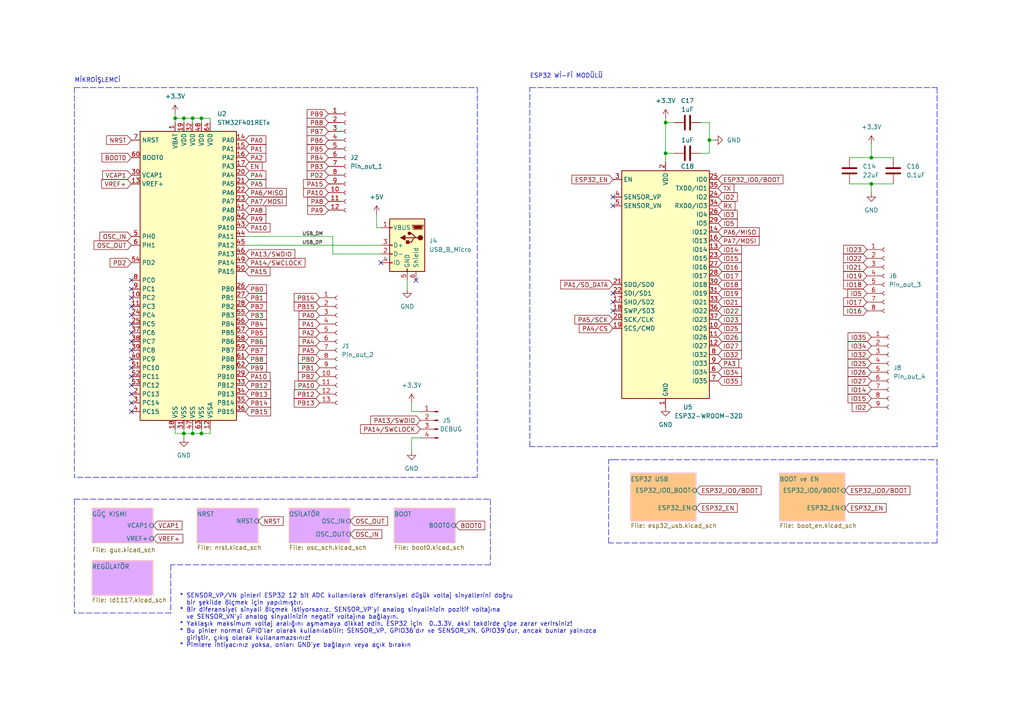
<source format=kicad_sch>
(kicad_sch (version 20211123) (generator eeschema)
  (paper "A4")
  (lib_symbols
    (symbol "Connector:Conn_01x04_Male" (pin_names (offset 1.016) hide)
      (property "Reference" "J" (at 0 5.08 0))
      (property "Value" "Conn_01x04_Male" (at 0 -7.62 0))
      (symbol "Conn_01x04_Male_1_1"
        (polyline (pts (xy 1.27 -5.08) (xy 0.8636 -5.08)) (stroke (width 0.1524)))
        (polyline (pts (xy 1.27 -2.54) (xy 0.8636 -2.54)) (stroke (width 0.1524)))
        (polyline (pts (xy 1.27 0) (xy 0.8636 0)) (stroke (width 0.1524)))
        (polyline (pts (xy 1.27 2.54) (xy 0.8636 2.54)) (stroke (width 0.1524)))
        (rectangle (start 0.8636 -4.953) (end 0 -5.207) (stroke (width 0.1524)) (fill (type outline)))
        (rectangle (start 0.8636 -2.413) (end 0 -2.667) (stroke (width 0.1524)) (fill (type outline)))
        (rectangle (start 0.8636 0.127) (end 0 -0.127) (stroke (width 0.1524)) (fill (type outline)))
        (rectangle (start 0.8636 2.667) (end 0 2.413) (stroke (width 0.1524)) (fill (type outline)))
        (pin passive line (at 5.08 2.54 180) (length 3.81) (name "Pin_1") (number "1"))
        (pin passive line (at 5.08 0 180) (length 3.81) (name "Pin_2") (number "2"))
        (pin passive line (at 5.08 -2.54 180) (length 3.81) (name "Pin_3") (number "3"))
        (pin passive line (at 5.08 -5.08 180) (length 3.81) (name "Pin_4") (number "4"))
      )
    )
    (symbol "Connector:Conn_01x08_Female" (pin_names (offset 1.016) hide)
      (property "Reference" "J" (at 0 10.16 0))
      (property "Value" "Conn_01x08_Female" (at 0 -12.7 0))
      (symbol "Conn_01x08_Female_1_1"
        (arc (start 0 -9.652) (mid -0.508 -10.16) (end 0 -10.668) (stroke (width 0.1524)))
        (arc (start 0 -7.112) (mid -0.508 -7.62) (end 0 -8.128) (stroke (width 0.1524)))
        (arc (start 0 -4.572) (mid -0.508 -5.08) (end 0 -5.588) (stroke (width 0.1524)))
        (arc (start 0 -2.032) (mid -0.508 -2.54) (end 0 -3.048) (stroke (width 0.1524)))
        (polyline (pts (xy -1.27 -10.16) (xy -0.508 -10.16)) (stroke (width 0.1524)))
        (polyline (pts (xy -1.27 -7.62) (xy -0.508 -7.62)) (stroke (width 0.1524)))
        (polyline (pts (xy -1.27 -5.08) (xy -0.508 -5.08)) (stroke (width 0.1524)))
        (polyline (pts (xy -1.27 -2.54) (xy -0.508 -2.54)) (stroke (width 0.1524)))
        (polyline (pts (xy -1.27 0) (xy -0.508 0)) (stroke (width 0.1524)))
        (polyline (pts (xy -1.27 2.54) (xy -0.508 2.54)) (stroke (width 0.1524)))
        (polyline (pts (xy -1.27 5.08) (xy -0.508 5.08)) (stroke (width 0.1524)))
        (polyline (pts (xy -1.27 7.62) (xy -0.508 7.62)) (stroke (width 0.1524)))
        (arc (start 0 0.508) (mid -0.508 0) (end 0 -0.508) (stroke (width 0.1524)))
        (arc (start 0 3.048) (mid -0.508 2.54) (end 0 2.032) (stroke (width 0.1524)))
        (arc (start 0 5.588) (mid -0.508 5.08) (end 0 4.572) (stroke (width 0.1524)))
        (arc (start 0 8.128) (mid -0.508 7.62) (end 0 7.112) (stroke (width 0.1524)))
        (pin passive line (at -5.08 7.62 0) (length 3.81) (name "Pin_1") (number "1"))
        (pin passive line (at -5.08 5.08 0) (length 3.81) (name "Pin_2") (number "2"))
        (pin passive line (at -5.08 2.54 0) (length 3.81) (name "Pin_3") (number "3"))
        (pin passive line (at -5.08 0 0) (length 3.81) (name "Pin_4") (number "4"))
        (pin passive line (at -5.08 -2.54 0) (length 3.81) (name "Pin_5") (number "5"))
        (pin passive line (at -5.08 -5.08 0) (length 3.81) (name "Pin_6") (number "6"))
        (pin passive line (at -5.08 -7.62 0) (length 3.81) (name "Pin_7") (number "7"))
        (pin passive line (at -5.08 -10.16 0) (length 3.81) (name "Pin_8") (number "8"))
      )
    )
    (symbol "Connector:Conn_01x09_Female" (pin_names (offset 1.016) hide)
      (property "Reference" "J" (at 0 12.7 0))
      (property "Value" "Conn_01x09_Female" (at 0 -12.7 0))
      (symbol "Conn_01x09_Female_1_1"
        (arc (start 0 -9.652) (mid -0.508 -10.16) (end 0 -10.668) (stroke (width 0.1524)))
        (arc (start 0 -7.112) (mid -0.508 -7.62) (end 0 -8.128) (stroke (width 0.1524)))
        (arc (start 0 -4.572) (mid -0.508 -5.08) (end 0 -5.588) (stroke (width 0.1524)))
        (arc (start 0 -2.032) (mid -0.508 -2.54) (end 0 -3.048) (stroke (width 0.1524)))
        (polyline (pts (xy -1.27 -10.16) (xy -0.508 -10.16)) (stroke (width 0.1524)))
        (polyline (pts (xy -1.27 -7.62) (xy -0.508 -7.62)) (stroke (width 0.1524)))
        (polyline (pts (xy -1.27 -5.08) (xy -0.508 -5.08)) (stroke (width 0.1524)))
        (polyline (pts (xy -1.27 -2.54) (xy -0.508 -2.54)) (stroke (width 0.1524)))
        (polyline (pts (xy -1.27 0) (xy -0.508 0)) (stroke (width 0.1524)))
        (polyline (pts (xy -1.27 2.54) (xy -0.508 2.54)) (stroke (width 0.1524)))
        (polyline (pts (xy -1.27 5.08) (xy -0.508 5.08)) (stroke (width 0.1524)))
        (polyline (pts (xy -1.27 7.62) (xy -0.508 7.62)) (stroke (width 0.1524)))
        (polyline (pts (xy -1.27 10.16) (xy -0.508 10.16)) (stroke (width 0.1524)))
        (arc (start 0 0.508) (mid -0.508 0) (end 0 -0.508) (stroke (width 0.1524)))
        (arc (start 0 3.048) (mid -0.508 2.54) (end 0 2.032) (stroke (width 0.1524)))
        (arc (start 0 5.588) (mid -0.508 5.08) (end 0 4.572) (stroke (width 0.1524)))
        (arc (start 0 8.128) (mid -0.508 7.62) (end 0 7.112) (stroke (width 0.1524)))
        (arc (start 0 10.668) (mid -0.508 10.16) (end 0 9.652) (stroke (width 0.1524)))
        (pin passive line (at -5.08 10.16 0) (length 3.81) (name "Pin_1") (number "1"))
        (pin passive line (at -5.08 7.62 0) (length 3.81) (name "Pin_2") (number "2"))
        (pin passive line (at -5.08 5.08 0) (length 3.81) (name "Pin_3") (number "3"))
        (pin passive line (at -5.08 2.54 0) (length 3.81) (name "Pin_4") (number "4"))
        (pin passive line (at -5.08 0 0) (length 3.81) (name "Pin_5") (number "5"))
        (pin passive line (at -5.08 -2.54 0) (length 3.81) (name "Pin_6") (number "6"))
        (pin passive line (at -5.08 -5.08 0) (length 3.81) (name "Pin_7") (number "7"))
        (pin passive line (at -5.08 -7.62 0) (length 3.81) (name "Pin_8") (number "8"))
        (pin passive line (at -5.08 -10.16 0) (length 3.81) (name "Pin_9") (number "9"))
      )
    )
    (symbol "Connector:Conn_01x12_Female" (pin_names (offset 1.016) hide)
      (property "Reference" "J" (at 0 15.24 0))
      (property "Value" "Conn_01x12_Female" (at 0 -17.78 0))
      (symbol "Conn_01x12_Female_1_1"
        (arc (start 0 -14.732) (mid -0.508 -15.24) (end 0 -15.748) (stroke (width 0.1524)))
        (arc (start 0 -12.192) (mid -0.508 -12.7) (end 0 -13.208) (stroke (width 0.1524)))
        (arc (start 0 -9.652) (mid -0.508 -10.16) (end 0 -10.668) (stroke (width 0.1524)))
        (arc (start 0 -7.112) (mid -0.508 -7.62) (end 0 -8.128) (stroke (width 0.1524)))
        (arc (start 0 -4.572) (mid -0.508 -5.08) (end 0 -5.588) (stroke (width 0.1524)))
        (arc (start 0 -2.032) (mid -0.508 -2.54) (end 0 -3.048) (stroke (width 0.1524)))
        (polyline (pts (xy -1.27 -15.24) (xy -0.508 -15.24)) (stroke (width 0.1524)))
        (polyline (pts (xy -1.27 -12.7) (xy -0.508 -12.7)) (stroke (width 0.1524)))
        (polyline (pts (xy -1.27 -10.16) (xy -0.508 -10.16)) (stroke (width 0.1524)))
        (polyline (pts (xy -1.27 -7.62) (xy -0.508 -7.62)) (stroke (width 0.1524)))
        (polyline (pts (xy -1.27 -5.08) (xy -0.508 -5.08)) (stroke (width 0.1524)))
        (polyline (pts (xy -1.27 -2.54) (xy -0.508 -2.54)) (stroke (width 0.1524)))
        (polyline (pts (xy -1.27 0) (xy -0.508 0)) (stroke (width 0.1524)))
        (polyline (pts (xy -1.27 2.54) (xy -0.508 2.54)) (stroke (width 0.1524)))
        (polyline (pts (xy -1.27 5.08) (xy -0.508 5.08)) (stroke (width 0.1524)))
        (polyline (pts (xy -1.27 7.62) (xy -0.508 7.62)) (stroke (width 0.1524)))
        (polyline (pts (xy -1.27 10.16) (xy -0.508 10.16)) (stroke (width 0.1524)))
        (polyline (pts (xy -1.27 12.7) (xy -0.508 12.7)) (stroke (width 0.1524)))
        (arc (start 0 0.508) (mid -0.508 0) (end 0 -0.508) (stroke (width 0.1524)))
        (arc (start 0 3.048) (mid -0.508 2.54) (end 0 2.032) (stroke (width 0.1524)))
        (arc (start 0 5.588) (mid -0.508 5.08) (end 0 4.572) (stroke (width 0.1524)))
        (arc (start 0 8.128) (mid -0.508 7.62) (end 0 7.112) (stroke (width 0.1524)))
        (arc (start 0 10.668) (mid -0.508 10.16) (end 0 9.652) (stroke (width 0.1524)))
        (arc (start 0 13.208) (mid -0.508 12.7) (end 0 12.192) (stroke (width 0.1524)))
        (pin passive line (at -5.08 12.7 0) (length 3.81) (name "Pin_1") (number "1"))
        (pin passive line (at -5.08 -10.16 0) (length 3.81) (name "Pin_10") (number "10"))
        (pin passive line (at -5.08 -12.7 0) (length 3.81) (name "Pin_11") (number "11"))
        (pin passive line (at -5.08 -15.24 0) (length 3.81) (name "Pin_12") (number "12"))
        (pin passive line (at -5.08 10.16 0) (length 3.81) (name "Pin_2") (number "2"))
        (pin passive line (at -5.08 7.62 0) (length 3.81) (name "Pin_3") (number "3"))
        (pin passive line (at -5.08 5.08 0) (length 3.81) (name "Pin_4") (number "4"))
        (pin passive line (at -5.08 2.54 0) (length 3.81) (name "Pin_5") (number "5"))
        (pin passive line (at -5.08 0 0) (length 3.81) (name "Pin_6") (number "6"))
        (pin passive line (at -5.08 -2.54 0) (length 3.81) (name "Pin_7") (number "7"))
        (pin passive line (at -5.08 -5.08 0) (length 3.81) (name "Pin_8") (number "8"))
        (pin passive line (at -5.08 -7.62 0) (length 3.81) (name "Pin_9") (number "9"))
      )
    )
    (symbol "Connector:Conn_01x13_Female" (pin_names (offset 1.016) hide)
      (property "Reference" "J" (at 0 17.78 0))
      (property "Value" "Conn_01x13_Female" (at 0 -17.78 0))
      (symbol "Conn_01x13_Female_1_1"
        (arc (start 0 -14.732) (mid -0.508 -15.24) (end 0 -15.748) (stroke (width 0.1524)))
        (arc (start 0 -12.192) (mid -0.508 -12.7) (end 0 -13.208) (stroke (width 0.1524)))
        (arc (start 0 -9.652) (mid -0.508 -10.16) (end 0 -10.668) (stroke (width 0.1524)))
        (arc (start 0 -7.112) (mid -0.508 -7.62) (end 0 -8.128) (stroke (width 0.1524)))
        (arc (start 0 -4.572) (mid -0.508 -5.08) (end 0 -5.588) (stroke (width 0.1524)))
        (arc (start 0 -2.032) (mid -0.508 -2.54) (end 0 -3.048) (stroke (width 0.1524)))
        (polyline (pts (xy -1.27 -15.24) (xy -0.508 -15.24)) (stroke (width 0.1524)))
        (polyline (pts (xy -1.27 -12.7) (xy -0.508 -12.7)) (stroke (width 0.1524)))
        (polyline (pts (xy -1.27 -10.16) (xy -0.508 -10.16)) (stroke (width 0.1524)))
        (polyline (pts (xy -1.27 -7.62) (xy -0.508 -7.62)) (stroke (width 0.1524)))
        (polyline (pts (xy -1.27 -5.08) (xy -0.508 -5.08)) (stroke (width 0.1524)))
        (polyline (pts (xy -1.27 -2.54) (xy -0.508 -2.54)) (stroke (width 0.1524)))
        (polyline (pts (xy -1.27 0) (xy -0.508 0)) (stroke (width 0.1524)))
        (polyline (pts (xy -1.27 2.54) (xy -0.508 2.54)) (stroke (width 0.1524)))
        (polyline (pts (xy -1.27 5.08) (xy -0.508 5.08)) (stroke (width 0.1524)))
        (polyline (pts (xy -1.27 7.62) (xy -0.508 7.62)) (stroke (width 0.1524)))
        (polyline (pts (xy -1.27 10.16) (xy -0.508 10.16)) (stroke (width 0.1524)))
        (polyline (pts (xy -1.27 12.7) (xy -0.508 12.7)) (stroke (width 0.1524)))
        (polyline (pts (xy -1.27 15.24) (xy -0.508 15.24)) (stroke (width 0.1524)))
        (arc (start 0 0.508) (mid -0.508 0) (end 0 -0.508) (stroke (width 0.1524)))
        (arc (start 0 3.048) (mid -0.508 2.54) (end 0 2.032) (stroke (width 0.1524)))
        (arc (start 0 5.588) (mid -0.508 5.08) (end 0 4.572) (stroke (width 0.1524)))
        (arc (start 0 8.128) (mid -0.508 7.62) (end 0 7.112) (stroke (width 0.1524)))
        (arc (start 0 10.668) (mid -0.508 10.16) (end 0 9.652) (stroke (width 0.1524)))
        (arc (start 0 13.208) (mid -0.508 12.7) (end 0 12.192) (stroke (width 0.1524)))
        (arc (start 0 15.748) (mid -0.508 15.24) (end 0 14.732) (stroke (width 0.1524)))
        (pin passive line (at -5.08 15.24 0) (length 3.81) (name "Pin_1") (number "1"))
        (pin passive line (at -5.08 -7.62 0) (length 3.81) (name "Pin_10") (number "10"))
        (pin passive line (at -5.08 -10.16 0) (length 3.81) (name "Pin_11") (number "11"))
        (pin passive line (at -5.08 -12.7 0) (length 3.81) (name "Pin_12") (number "12"))
        (pin passive line (at -5.08 -15.24 0) (length 3.81) (name "Pin_13") (number "13"))
        (pin passive line (at -5.08 12.7 0) (length 3.81) (name "Pin_2") (number "2"))
        (pin passive line (at -5.08 10.16 0) (length 3.81) (name "Pin_3") (number "3"))
        (pin passive line (at -5.08 7.62 0) (length 3.81) (name "Pin_4") (number "4"))
        (pin passive line (at -5.08 5.08 0) (length 3.81) (name "Pin_5") (number "5"))
        (pin passive line (at -5.08 2.54 0) (length 3.81) (name "Pin_6") (number "6"))
        (pin passive line (at -5.08 0 0) (length 3.81) (name "Pin_7") (number "7"))
        (pin passive line (at -5.08 -2.54 0) (length 3.81) (name "Pin_8") (number "8"))
        (pin passive line (at -5.08 -5.08 0) (length 3.81) (name "Pin_9") (number "9"))
      )
    )
    (symbol "Connector:USB_B_Micro" (pin_names (offset 1.016))
      (property "Reference" "J" (at -5.08 11.43 0))
      (property "Value" "USB_B_Micro" (at -5.08 8.89 0))
      (symbol "USB_B_Micro_0_1"
        (rectangle (start -5.08 -7.62) (end 5.08 7.62) (stroke (width 0.254)) (fill (type background)))
        (circle (center -3.81 2.159) (radius 0.635) (stroke (width 0.254)) (fill (type outline)))
        (circle (center -0.635 3.429) (radius 0.381) (stroke (width 0.254)) (fill (type outline)))
        (rectangle (start -0.127 -7.62) (end 0.127 -6.858))
        (polyline (pts (xy -1.905 2.159) (xy 0.635 2.159)) (stroke (width 0.254)))
        (polyline (pts (xy -3.175 2.159) (xy -2.54 2.159) (xy -1.27 3.429) (xy -0.635 3.429)) (stroke (width 0.254)))
        (polyline (pts (xy -2.54 2.159) (xy -1.905 2.159) (xy -1.27 0.889) (xy 0 0.889)) (stroke (width 0.254)))
        (polyline (pts (xy 0.635 2.794) (xy 0.635 1.524) (xy 1.905 2.159) (xy 0.635 2.794)) (stroke (width 0.254)) (fill (type outline)))
        (polyline (pts (xy -4.318 5.588) (xy -1.778 5.588) (xy -2.032 4.826) (xy -4.064 4.826) (xy -4.318 5.588)) (fill (type outline)))
        (polyline (pts (xy -4.699 5.842) (xy -4.699 5.588) (xy -4.445 4.826) (xy -4.445 4.572) (xy -1.651 4.572) (xy -1.651 4.826) (xy -1.397 5.588) (xy -1.397 5.842) (xy -4.699 5.842)))
        (rectangle (start 0.254 1.27) (end -0.508 0.508) (stroke (width 0.254)) (fill (type outline)))
        (rectangle (start 5.08 -5.207) (end 4.318 -4.953))
        (rectangle (start 5.08 -2.667) (end 4.318 -2.413))
        (rectangle (start 5.08 -0.127) (end 4.318 0.127))
        (rectangle (start 5.08 4.953) (end 4.318 5.207))
      )
      (symbol "USB_B_Micro_1_1"
        (pin power_out line (at 7.62 5.08 180) (length 2.54) (name "VBUS") (number "1"))
        (pin bidirectional line (at 7.62 -2.54 180) (length 2.54) (name "D-") (number "2"))
        (pin bidirectional line (at 7.62 0 180) (length 2.54) (name "D+") (number "3"))
        (pin passive line (at 7.62 -5.08 180) (length 2.54) (name "ID") (number "4"))
        (pin power_out line (at 0 -10.16 90) (length 2.54) (name "GND") (number "5"))
        (pin passive line (at -2.54 -10.16 90) (length 2.54) (name "Shield") (number "6"))
      )
    )
    (symbol "Device:C" (pin_numbers hide) (pin_names (offset 0.254))
      (property "Reference" "C" (at 0.635 2.54 0))
      (property "Value" "C" (at 0.635 -2.54 0))
      (symbol "C_0_1"
        (polyline (pts (xy -2.032 -0.762) (xy 2.032 -0.762)) (stroke (width 0.508)))
        (polyline (pts (xy -2.032 0.762) (xy 2.032 0.762)) (stroke (width 0.508)))
      )
      (symbol "C_1_1"
        (pin passive line (at 0 3.81 270) (length 2.794) (name "~") (number "1"))
        (pin passive line (at 0 -3.81 90) (length 2.794) (name "~") (number "2"))
      )
    )
    (symbol "MCU_ST_STM32F4:STM32F401RETx"
      (property "Reference" "U" (at -15.24 41.91 0))
      (property "Value" "STM32F401RETx" (at 7.62 41.91 0))
      (symbol "STM32F401RETx_0_1"
        (rectangle (start -15.24 -43.18) (end 12.7 40.64) (stroke (width 0.254)) (fill (type background)))
      )
      (symbol "STM32F401RETx_1_1"
        (pin power_in line (at -5.08 43.18 270) (length 2.54) (name "VBAT") (number "1"))
        (pin bidirectional line (at -17.78 -7.62 0) (length 2.54) (name "PC2") (number "10"))
        (pin bidirectional line (at -17.78 -10.16 0) (length 2.54) (name "PC3") (number "11"))
        (pin power_in line (at 5.08 -45.72 90) (length 2.54) (name "VSSA") (number "12"))
        (pin power_in line (at -17.78 25.4 0) (length 2.54) (name "VREF+") (number "13"))
        (pin bidirectional line (at 15.24 38.1 180) (length 2.54) (name "PA0") (number "14"))
        (pin bidirectional line (at 15.24 35.56 180) (length 2.54) (name "PA1") (number "15"))
        (pin bidirectional line (at 15.24 33.02 180) (length 2.54) (name "PA2") (number "16"))
        (pin bidirectional line (at 15.24 30.48 180) (length 2.54) (name "PA3") (number "17"))
        (pin power_in line (at -5.08 -45.72 90) (length 2.54) (name "VSS") (number "18"))
        (pin power_in line (at -2.54 43.18 270) (length 2.54) (name "VDD") (number "19"))
        (pin bidirectional line (at -17.78 -35.56 0) (length 2.54) (name "PC13") (number "2"))
        (pin bidirectional line (at 15.24 27.94 180) (length 2.54) (name "PA4") (number "20"))
        (pin bidirectional line (at 15.24 25.4 180) (length 2.54) (name "PA5") (number "21"))
        (pin bidirectional line (at 15.24 22.86 180) (length 2.54) (name "PA6") (number "22"))
        (pin bidirectional line (at 15.24 20.32 180) (length 2.54) (name "PA7") (number "23"))
        (pin bidirectional line (at -17.78 -12.7 0) (length 2.54) (name "PC4") (number "24"))
        (pin bidirectional line (at -17.78 -15.24 0) (length 2.54) (name "PC5") (number "25"))
        (pin bidirectional line (at 15.24 -5.08 180) (length 2.54) (name "PB0") (number "26"))
        (pin bidirectional line (at 15.24 -7.62 180) (length 2.54) (name "PB1") (number "27"))
        (pin bidirectional line (at 15.24 -10.16 180) (length 2.54) (name "PB2") (number "28"))
        (pin bidirectional line (at 15.24 -30.48 180) (length 2.54) (name "PB10") (number "29"))
        (pin bidirectional line (at -17.78 -38.1 0) (length 2.54) (name "PC14") (number "3"))
        (pin power_in line (at -17.78 27.94 0) (length 2.54) (name "VCAP1") (number "30"))
        (pin power_in line (at -2.54 -45.72 90) (length 2.54) (name "VSS") (number "31"))
        (pin power_in line (at 0 43.18 270) (length 2.54) (name "VDD") (number "32"))
        (pin bidirectional line (at 15.24 -33.02 180) (length 2.54) (name "PB12") (number "33"))
        (pin bidirectional line (at 15.24 -35.56 180) (length 2.54) (name "PB13") (number "34"))
        (pin bidirectional line (at 15.24 -38.1 180) (length 2.54) (name "PB14") (number "35"))
        (pin bidirectional line (at 15.24 -40.64 180) (length 2.54) (name "PB15") (number "36"))
        (pin bidirectional line (at -17.78 -17.78 0) (length 2.54) (name "PC6") (number "37"))
        (pin bidirectional line (at -17.78 -20.32 0) (length 2.54) (name "PC7") (number "38"))
        (pin bidirectional line (at -17.78 -22.86 0) (length 2.54) (name "PC8") (number "39"))
        (pin bidirectional line (at -17.78 -40.64 0) (length 2.54) (name "PC15") (number "4"))
        (pin bidirectional line (at -17.78 -25.4 0) (length 2.54) (name "PC9") (number "40"))
        (pin bidirectional line (at 15.24 17.78 180) (length 2.54) (name "PA8") (number "41"))
        (pin bidirectional line (at 15.24 15.24 180) (length 2.54) (name "PA9") (number "42"))
        (pin bidirectional line (at 15.24 12.7 180) (length 2.54) (name "PA10") (number "43"))
        (pin bidirectional line (at 15.24 10.16 180) (length 2.54) (name "PA11") (number "44"))
        (pin bidirectional line (at 15.24 7.62 180) (length 2.54) (name "PA12") (number "45"))
        (pin bidirectional line (at 15.24 5.08 180) (length 2.54) (name "PA13") (number "46"))
        (pin power_in line (at 0 -45.72 90) (length 2.54) (name "VSS") (number "47"))
        (pin power_in line (at 2.54 43.18 270) (length 2.54) (name "VDD") (number "48"))
        (pin bidirectional line (at 15.24 2.54 180) (length 2.54) (name "PA14") (number "49"))
        (pin input line (at -17.78 10.16 0) (length 2.54) (name "PH0") (number "5"))
        (pin bidirectional line (at 15.24 0 180) (length 2.54) (name "PA15") (number "50"))
        (pin bidirectional line (at -17.78 -27.94 0) (length 2.54) (name "PC10") (number "51"))
        (pin bidirectional line (at -17.78 -30.48 0) (length 2.54) (name "PC11") (number "52"))
        (pin bidirectional line (at -17.78 -33.02 0) (length 2.54) (name "PC12") (number "53"))
        (pin bidirectional line (at -17.78 2.54 0) (length 2.54) (name "PD2") (number "54"))
        (pin bidirectional line (at 15.24 -12.7 180) (length 2.54) (name "PB3") (number "55"))
        (pin bidirectional line (at 15.24 -15.24 180) (length 2.54) (name "PB4") (number "56"))
        (pin bidirectional line (at 15.24 -17.78 180) (length 2.54) (name "PB5") (number "57"))
        (pin bidirectional line (at 15.24 -20.32 180) (length 2.54) (name "PB6") (number "58"))
        (pin bidirectional line (at 15.24 -22.86 180) (length 2.54) (name "PB7") (number "59"))
        (pin input line (at -17.78 7.62 0) (length 2.54) (name "PH1") (number "6"))
        (pin input line (at -17.78 33.02 0) (length 2.54) (name "BOOT0") (number "60"))
        (pin bidirectional line (at 15.24 -25.4 180) (length 2.54) (name "PB8") (number "61"))
        (pin bidirectional line (at 15.24 -27.94 180) (length 2.54) (name "PB9") (number "62"))
        (pin power_in line (at 2.54 -45.72 90) (length 2.54) (name "VSS") (number "63"))
        (pin power_in line (at 5.08 43.18 270) (length 2.54) (name "VDD") (number "64"))
        (pin input line (at -17.78 38.1 0) (length 2.54) (name "NRST") (number "7"))
        (pin bidirectional line (at -17.78 -2.54 0) (length 2.54) (name "PC0") (number "8"))
        (pin bidirectional line (at -17.78 -5.08 0) (length 2.54) (name "PC1") (number "9"))
      )
    )
    (symbol "RF_Module:ESP32-WROOM-32D"
      (property "Reference" "U" (at -12.7 34.29 0))
      (property "Value" "ESP32-WROOM-32D" (at 1.27 34.29 0))
      (symbol "ESP32-WROOM-32D_0_1"
        (rectangle (start -12.7 33.02) (end 12.7 -33.02) (stroke (width 0.254)) (fill (type background)))
      )
      (symbol "ESP32-WROOM-32D_1_1"
        (pin power_in line (at 0 -35.56 90) (length 2.54) (name "GND") (number "1"))
        (pin bidirectional line (at 15.24 -12.7 180) (length 2.54) (name "IO25") (number "10"))
        (pin bidirectional line (at 15.24 -15.24 180) (length 2.54) (name "IO26") (number "11"))
        (pin bidirectional line (at 15.24 -17.78 180) (length 2.54) (name "IO27") (number "12"))
        (pin bidirectional line (at 15.24 10.16 180) (length 2.54) (name "IO14") (number "13"))
        (pin bidirectional line (at 15.24 15.24 180) (length 2.54) (name "IO12") (number "14"))
        (pin passive line (at 0 -35.56 90) (length 2.54) hide (name "GND") (number "15"))
        (pin bidirectional line (at 15.24 12.7 180) (length 2.54) (name "IO13") (number "16"))
        (pin bidirectional line (at -15.24 -5.08 0) (length 2.54) (name "SHD/SD2") (number "17"))
        (pin bidirectional line (at -15.24 -7.62 0) (length 2.54) (name "SWP/SD3") (number "18"))
        (pin bidirectional line (at -15.24 -12.7 0) (length 2.54) (name "SCS/CMD") (number "19"))
        (pin power_in line (at 0 35.56 270) (length 2.54) (name "VDD") (number "2"))
        (pin bidirectional line (at -15.24 -10.16 0) (length 2.54) (name "SCK/CLK") (number "20"))
        (pin bidirectional line (at -15.24 0 0) (length 2.54) (name "SDO/SD0") (number "21"))
        (pin bidirectional line (at -15.24 -2.54 0) (length 2.54) (name "SDI/SD1") (number "22"))
        (pin bidirectional line (at 15.24 7.62 180) (length 2.54) (name "IO15") (number "23"))
        (pin bidirectional line (at 15.24 25.4 180) (length 2.54) (name "IO2") (number "24"))
        (pin bidirectional line (at 15.24 30.48 180) (length 2.54) (name "IO0") (number "25"))
        (pin bidirectional line (at 15.24 20.32 180) (length 2.54) (name "IO4") (number "26"))
        (pin bidirectional line (at 15.24 5.08 180) (length 2.54) (name "IO16") (number "27"))
        (pin bidirectional line (at 15.24 2.54 180) (length 2.54) (name "IO17") (number "28"))
        (pin bidirectional line (at 15.24 17.78 180) (length 2.54) (name "IO5") (number "29"))
        (pin input line (at -15.24 30.48 0) (length 2.54) (name "EN") (number "3"))
        (pin bidirectional line (at 15.24 0 180) (length 2.54) (name "IO18") (number "30"))
        (pin bidirectional line (at 15.24 -2.54 180) (length 2.54) (name "IO19") (number "31"))
        (pin no_connect line (at -12.7 -27.94 0) (length 2.54) hide (name "NC") (number "32"))
        (pin bidirectional line (at 15.24 -5.08 180) (length 2.54) (name "IO21") (number "33"))
        (pin bidirectional line (at 15.24 22.86 180) (length 2.54) (name "RXD0/IO3") (number "34"))
        (pin bidirectional line (at 15.24 27.94 180) (length 2.54) (name "TXD0/IO1") (number "35"))
        (pin bidirectional line (at 15.24 -7.62 180) (length 2.54) (name "IO22") (number "36"))
        (pin bidirectional line (at 15.24 -10.16 180) (length 2.54) (name "IO23") (number "37"))
        (pin passive line (at 0 -35.56 90) (length 2.54) hide (name "GND") (number "38"))
        (pin passive line (at 0 -35.56 90) (length 2.54) hide (name "GND") (number "39"))
        (pin input line (at -15.24 25.4 0) (length 2.54) (name "SENSOR_VP") (number "4"))
        (pin input line (at -15.24 22.86 0) (length 2.54) (name "SENSOR_VN") (number "5"))
        (pin input line (at 15.24 -25.4 180) (length 2.54) (name "IO34") (number "6"))
        (pin input line (at 15.24 -27.94 180) (length 2.54) (name "IO35") (number "7"))
        (pin bidirectional line (at 15.24 -20.32 180) (length 2.54) (name "IO32") (number "8"))
        (pin bidirectional line (at 15.24 -22.86 180) (length 2.54) (name "IO33") (number "9"))
      )
    )
    (symbol "power:+3.3V" (power) (pin_names (offset 0))
      (property "Value" "+3.3V" (at 0 3.556 0))
      (symbol "+3.3V_0_1"
        (polyline (pts (xy -0.762 1.27) (xy 0 2.54)))
        (polyline (pts (xy 0 0) (xy 0 2.54)))
        (polyline (pts (xy 0 2.54) (xy 0.762 1.27)))
      )
      (symbol "+3.3V_1_1"
        (pin power_in line (at 0 0 90) (length 0) hide (name "+3.3V") (number "1"))
      )
    )
    (symbol "power:+5V" (power) (pin_names (offset 0))
      (property "Value" "+5V" (at 0 3.556 0))
      (symbol "+5V_0_1"
        (polyline (pts (xy -0.762 1.27) (xy 0 2.54)))
        (polyline (pts (xy 0 0) (xy 0 2.54)))
        (polyline (pts (xy 0 2.54) (xy 0.762 1.27)))
      )
      (symbol "+5V_1_1"
        (pin power_in line (at 0 0 90) (length 0) hide (name "+5V") (number "1"))
      )
    )
    (symbol "power:GND" (power) (pin_names (offset 0))
      (property "Value" "GND" (at 0 -3.81 0))
      (symbol "GND_0_1"
        (polyline (pts (xy 0 0) (xy 0 -1.27) (xy 1.27 -1.27) (xy 0 -2.54) (xy -1.27 -1.27) (xy 0 -1.27)))
      )
      (symbol "GND_1_1"
        (pin power_in line (at 0 0 270) (length 0) hide (name "GND") (number "1"))
      )
    )
  )
  (junction (at 55.88 125.73))
  (junction (at 252.73 45.72))
  (junction (at 58.42 125.73))
  (junction (at 50.8 34.29))
  (junction (at 53.34 34.29))
  (junction (at 53.34 125.73))
  (junction (at 55.88 34.29))
  (junction (at 58.42 34.29))
  (junction (at 252.73 53.34))
  (junction (at 193.04 44.45))
  (junction (at 205.74 40.64))
  (junction (at 193.04 35.56))
  (no_connect (at 38.1 116.84))
  (no_connect (at 38.1 119.38))
  (no_connect (at 38.1 106.68))
  (no_connect (at 38.1 111.76))
  (no_connect (at 38.1 114.3))
  (no_connect (at 38.1 104.14))
  (no_connect (at 38.1 109.22))
  (no_connect (at 38.1 91.44))
  (no_connect (at 38.1 99.06))
  (no_connect (at 38.1 93.98))
  (no_connect (at 38.1 96.52))
  (no_connect (at 38.1 101.6))
  (no_connect (at 38.1 88.9))
  (no_connect (at 38.1 81.28))
  (no_connect (at 38.1 86.36))
  (no_connect (at 38.1 83.82))
  (no_connect (at 177.8 87.63))
  (no_connect (at 177.8 90.17))
  (no_connect (at 177.8 85.09))
  (no_connect (at 110.49 76.2))
  (no_connect (at 120.65 81.28))
  (no_connect (at 177.8 59.69))
  (no_connect (at 177.8 57.15))
  (wire (pts (xy 246.38 53.34) (xy 252.73 53.34)))
  (wire (pts (xy 71.12 71.12) (xy 110.49 71.12)))
  (wire (pts (xy 55.88 35.56) (xy 55.88 34.29)))
  (wire (pts (xy 193.04 34.29) (xy 193.04 35.56)))
  (wire (pts (xy 53.34 125.73) (xy 53.34 127)))
  (polyline (pts (xy 271.78 129.54) (xy 153.67 129.54)))
  (polyline (pts (xy 49.53 163.83) (xy 49.53 177.8)))
  (polyline (pts (xy 153.67 25.4) (xy 176.53 25.4)))
  (wire (pts (xy 252.73 53.34) (xy 259.08 53.34)))
  (wire (pts (xy 58.42 34.29) (xy 55.88 34.29)))
  (polyline (pts (xy 271.78 25.4) (xy 271.78 129.54)))
  (wire (pts (xy 53.34 124.46) (xy 53.34 125.73)))
  (wire (pts (xy 50.8 33.02) (xy 50.8 34.29)))
  (wire (pts (xy 53.34 35.56) (xy 53.34 34.29)))
  (polyline (pts (xy 176.53 133.35) (xy 177.8 133.35)))
  (wire (pts (xy 193.04 44.45) (xy 193.04 46.99)))
  (wire (pts (xy 205.74 40.64) (xy 207.01 40.64)))
  (wire (pts (xy 50.8 124.46) (xy 50.8 125.73)))
  (polyline (pts (xy 142.24 144.78) (xy 142.24 163.83)))
  (wire (pts (xy 121.92 127) (xy 119.38 127)))
  (polyline (pts (xy 21.59 25.4) (xy 21.59 138.43)))
  (wire (pts (xy 109.22 66.04) (xy 110.49 66.04)))
  (polyline (pts (xy 271.78 133.35) (xy 271.78 157.48)))
  (wire (pts (xy 119.38 119.38) (xy 121.92 119.38)))
  (wire (pts (xy 203.2 35.56) (xy 205.74 35.56)))
  (wire (pts (xy 205.74 44.45) (xy 205.74 40.64)))
  (wire (pts (xy 55.88 125.73) (xy 53.34 125.73)))
  (polyline (pts (xy 21.59 144.78) (xy 87.63 144.78)))
  (polyline (pts (xy 177.8 133.35) (xy 271.78 133.35)))
  (polyline (pts (xy 176.53 25.4) (xy 271.78 25.4)))
  (wire (pts (xy 58.42 125.73) (xy 55.88 125.73)))
  (polyline (pts (xy 87.63 144.78) (xy 142.24 144.78)))
  (wire (pts (xy 50.8 34.29) (xy 53.34 34.29)))
  (polyline (pts (xy 153.67 129.54) (xy 153.67 25.4)))
  (wire (pts (xy 252.73 45.72) (xy 252.73 41.91)))
  (wire (pts (xy 193.04 44.45) (xy 195.58 44.45)))
  (wire (pts (xy 109.22 62.23) (xy 109.22 66.04)))
  (wire (pts (xy 110.49 73.66) (xy 96.52 73.66)))
  (polyline (pts (xy 176.53 157.48) (xy 176.53 133.35)))
  (wire (pts (xy 60.96 125.73) (xy 58.42 125.73)))
  (wire (pts (xy 203.2 44.45) (xy 205.74 44.45)))
  (wire (pts (xy 205.74 35.56) (xy 205.74 40.64)))
  (wire (pts (xy 252.73 45.72) (xy 259.08 45.72)))
  (wire (pts (xy 195.58 35.56) (xy 193.04 35.56)))
  (wire (pts (xy 58.42 124.46) (xy 58.42 125.73)))
  (wire (pts (xy 118.11 81.28) (xy 118.11 83.82)))
  (polyline (pts (xy 21.59 144.78) (xy 21.59 177.8)))
  (polyline (pts (xy 49.53 177.8) (xy 21.59 177.8)))
  (wire (pts (xy 58.42 35.56) (xy 58.42 34.29)))
  (wire (pts (xy 60.96 34.29) (xy 58.42 34.29)))
  (wire (pts (xy 96.52 73.66) (xy 96.52 68.58)))
  (polyline (pts (xy 138.43 138.43) (xy 21.59 138.43)))
  (wire (pts (xy 55.88 34.29) (xy 53.34 34.29)))
  (wire (pts (xy 119.38 127) (xy 119.38 130.81)))
  (polyline (pts (xy 21.59 25.4) (xy 138.43 25.4)))
  (wire (pts (xy 60.96 35.56) (xy 60.96 34.29)))
  (wire (pts (xy 71.12 68.58) (xy 96.52 68.58)))
  (wire (pts (xy 246.38 45.72) (xy 252.73 45.72)))
  (wire (pts (xy 55.88 124.46) (xy 55.88 125.73)))
  (wire (pts (xy 119.38 116.84) (xy 119.38 119.38)))
  (wire (pts (xy 60.96 124.46) (xy 60.96 125.73)))
  (wire (pts (xy 252.73 53.34) (xy 252.73 55.88)))
  (wire (pts (xy 50.8 34.29) (xy 50.8 35.56)))
  (wire (pts (xy 50.8 125.73) (xy 53.34 125.73)))
  (polyline (pts (xy 138.43 25.4) (xy 138.43 138.43)))
  (polyline (pts (xy 271.78 157.48) (xy 176.53 157.48)))
  (polyline (pts (xy 142.24 163.83) (xy 49.53 163.83)))
  (wire (pts (xy 193.04 35.56) (xy 193.04 44.45)))
  (text "ESP32 Wİ-Fİ MODÜLÜ\n" (at 153.67 22.86 0) (effects (font (size 1.27 1.27)) (justify left bottom)))
  (text "MİKROİŞLEMCİ" (at 21.59 24.13 0) (effects (font (size 1.27 1.27)) (justify left bottom)))
  (text "* SENSOR_VP/VN pinleri ESP32 12 bit ADC kullanılarak diferansiyel düşük voltaj sinyallerini doğru \n  bir şekilde ölçmek için yapılmıştır.\n* Bir diferansiyel sinyali ölçmek istiyorsanız, SENSOR_VP'yi analog sinyalinizin pozitif voltajına\n  ve SENSOR_VN'yi analog sinyalinizin negatif voltajına bağlayın.\n* Yaklaşık maksimum voltaj aralığını aşmamaya dikkat edin. ESP32 için  0..3.3V, aksi takdirde çipe zarar verirsiniz!\n* Bu pinler normal GPIO'lar olarak kullanılabilir: SENSOR_VP, GPIO36'dır ve SENSOR_VN, GPIO39'dur, ancak bunlar yalnızca \n  giriştir, çıkış olarak kullanamazsınız!\n* Pimlere ihtiyacınız yoksa, onları GND'ye bağlayın veya açık bırakın " (at 52.07 187.96 0) (effects (font (size 1.27 1.27)) (justify left bottom)))
  (label "USB_DM" (at 87.63 68.58 0) (effects (font (size 1 1))))
  (label "USB_DP" (at 87.63 71.12 0) (effects (font (size 1 1))))
  (global_label "PB4" (shape input) (at 71.12 93.98 0) (property "Intersheet References" "${INTERSHEET_REFS}" (effects hide)))
  (global_label "IO16" (shape input) (at 208.28 77.47 0) (property "Intersheet References" "${INTERSHEET_REFS}" (effects hide)))
  (global_label "ESP32_IO0{slash}BOOT" (shape input) (at 245.11 142.24 0) (property "Intersheet References" "${INTERSHEET_REFS}" (effects hide)))
  (global_label "IO21" (shape input) (at 208.28 87.63 0) (property "Intersheet References" "${INTERSHEET_REFS}" (effects hide)))
  (global_label "PB0" (shape input) (at 92.71 104.14 180) (property "Intersheet References" "${INTERSHEET_REFS}" (effects hide)))
  (global_label "IO18" (shape input) (at 251.46 82.55 180) (property "Intersheet References" "${INTERSHEET_REFS}" (effects hide)))
  (global_label "PA10" (shape input) (at 71.12 109.22 0) (property "Intersheet References" "${INTERSHEET_REFS}" (effects hide)))
  (global_label "IO18" (shape input) (at 208.28 82.55 0) (property "Intersheet References" "${INTERSHEET_REFS}" (effects hide)))
  (global_label "PA13{slash}SWDIO" (shape input) (at 71.12 73.66 0) (property "Intersheet References" "${INTERSHEET_REFS}" (effects hide)))
  (global_label "IO15" (shape input) (at 252.73 115.57 180) (property "Intersheet References" "${INTERSHEET_REFS}" (effects hide)))
  (global_label "PA7{slash}MOSI" (shape input) (at 208.28 69.85 0) (property "Intersheet References" "${INTERSHEET_REFS}" (effects hide)))
  (global_label "PB12" (shape input) (at 92.71 114.3 180) (property "Intersheet References" "${INTERSHEET_REFS}" (effects hide)))
  (global_label "PA2" (shape input) (at 71.12 45.72 0) (property "Intersheet References" "${INTERSHEET_REFS}" (effects hide)))
  (global_label "IO2" (shape input) (at 208.28 57.15 0) (property "Intersheet References" "${INTERSHEET_REFS}" (effects hide)))
  (global_label "NRST" (shape input) (at 74.93 151.13 0) (property "Intersheet References" "${INTERSHEET_REFS}" (effects hide)))
  (global_label "ESP32_IO0{slash}BOOT" (shape input) (at 208.28 52.07 0) (property "Intersheet References" "${INTERSHEET_REFS}" (effects hide)))
  (global_label "PA1" (shape input) (at 92.71 93.98 180) (property "Intersheet References" "${INTERSHEET_REFS}" (effects hide)))
  (global_label "PA1" (shape input) (at 71.12 43.18 0) (property "Intersheet References" "${INTERSHEET_REFS}" (effects hide)))
  (global_label "PA10" (shape input) (at 95.25 55.88 180) (property "Intersheet References" "${INTERSHEET_REFS}" (effects hide)))
  (global_label "IO17" (shape input) (at 208.28 80.01 0) (property "Intersheet References" "${INTERSHEET_REFS}" (effects hide)))
  (global_label "PB15" (shape input) (at 92.71 88.9 180) (property "Intersheet References" "${INTERSHEET_REFS}" (effects hide)))
  (global_label "PA13{slash}SWDIO" (shape input) (at 121.92 121.92 180) (property "Intersheet References" "${INTERSHEET_REFS}" (effects hide)))
  (global_label "PB0" (shape input) (at 71.12 83.82 0) (property "Intersheet References" "${INTERSHEET_REFS}" (effects hide)))
  (global_label "VREF+" (shape input) (at 38.1 53.34 180) (property "Intersheet References" "${INTERSHEET_REFS}" (effects hide)))
  (global_label "IO19" (shape input) (at 251.46 80.01 180) (property "Intersheet References" "${INTERSHEET_REFS}" (effects hide)))
  (global_label "IO25" (shape input) (at 208.28 95.25 0) (property "Intersheet References" "${INTERSHEET_REFS}" (effects hide)))
  (global_label "PB4" (shape input) (at 95.25 45.72 180) (property "Intersheet References" "${INTERSHEET_REFS}" (effects hide)))
  (global_label "PB8" (shape input) (at 71.12 104.14 0) (property "Intersheet References" "${INTERSHEET_REFS}" (effects hide)))
  (global_label "IO5" (shape input) (at 251.46 85.09 180) (property "Intersheet References" "${INTERSHEET_REFS}" (effects hide)))
  (global_label "PA3" (shape input) (at 208.28 105.41 0) (property "Intersheet References" "${INTERSHEET_REFS}" (effects hide)))
  (global_label "PB12" (shape input) (at 71.12 111.76 0) (property "Intersheet References" "${INTERSHEET_REFS}" (effects hide)))
  (global_label "IO27" (shape input) (at 252.73 110.49 180) (property "Intersheet References" "${INTERSHEET_REFS}" (effects hide)))
  (global_label "IO32" (shape input) (at 208.28 102.87 0) (property "Intersheet References" "${INTERSHEET_REFS}" (effects hide)))
  (global_label "VCAP1" (shape input) (at 38.1 50.8 180) (property "Intersheet References" "${INTERSHEET_REFS}" (effects hide)))
  (global_label "IO26" (shape input) (at 252.73 107.95 180) (property "Intersheet References" "${INTERSHEET_REFS}" (effects hide)))
  (global_label "PB9" (shape input) (at 71.12 106.68 0) (property "Intersheet References" "${INTERSHEET_REFS}" (effects hide)))
  (global_label "PB13" (shape input) (at 92.71 116.84 180) (property "Intersheet References" "${INTERSHEET_REFS}" (effects hide)))
  (global_label "PD2" (shape input) (at 95.25 50.8 180) (property "Intersheet References" "${INTERSHEET_REFS}" (effects hide)))
  (global_label "PA14{slash}SWCLOCK" (shape input) (at 121.92 124.46 180) (property "Intersheet References" "${INTERSHEET_REFS}" (effects hide)))
  (global_label "PA15" (shape input) (at 71.12 78.74 0) (property "Intersheet References" "${INTERSHEET_REFS}" (effects hide)))
  (global_label "PB8" (shape input) (at 95.25 35.56 180) (property "Intersheet References" "${INTERSHEET_REFS}" (effects hide)))
  (global_label "IO2" (shape input) (at 252.73 118.11 180) (property "Intersheet References" "${INTERSHEET_REFS}" (effects hide)))
  (global_label "PA5" (shape input) (at 71.12 53.34 0) (property "Intersheet References" "${INTERSHEET_REFS}" (effects hide)))
  (global_label "PB5" (shape input) (at 71.12 96.52 0) (property "Intersheet References" "${INTERSHEET_REFS}" (effects hide)))
  (global_label "PB3" (shape input) (at 71.12 91.44 0) (property "Intersheet References" "${INTERSHEET_REFS}" (effects hide)))
  (global_label "IO32" (shape input) (at 252.73 102.87 180) (property "Intersheet References" "${INTERSHEET_REFS}" (effects hide)))
  (global_label "PA9" (shape input) (at 71.12 63.5 0) (property "Intersheet References" "${INTERSHEET_REFS}" (effects hide)))
  (global_label "BOOT0" (shape input) (at 38.1 45.72 180) (property "Intersheet References" "${INTERSHEET_REFS}" (effects hide)))
  (global_label "IO19" (shape input) (at 208.28 85.09 0) (property "Intersheet References" "${INTERSHEET_REFS}" (effects hide)))
  (global_label "IO22" (shape input) (at 251.46 74.93 180) (property "Intersheet References" "${INTERSHEET_REFS}" (effects hide)))
  (global_label "PA4{slash}CS" (shape input) (at 177.8 95.25 180) (property "Intersheet References" "${INTERSHEET_REFS}" (effects hide)))
  (global_label "PA2" (shape input) (at 92.71 96.52 180) (property "Intersheet References" "${INTERSHEET_REFS}" (effects hide)))
  (global_label "IO27" (shape input) (at 208.28 100.33 0) (property "Intersheet References" "${INTERSHEET_REFS}" (effects hide)))
  (global_label "IO17" (shape input) (at 251.46 87.63 180) (property "Intersheet References" "${INTERSHEET_REFS}" (effects hide)))
  (global_label "ESP32_EN" (shape input) (at 177.8 52.07 180) (property "Intersheet References" "${INTERSHEET_REFS}" (effects hide)))
  (global_label "PA0" (shape input) (at 92.71 91.44 180) (property "Intersheet References" "${INTERSHEET_REFS}" (effects hide)))
  (global_label "PB1" (shape input) (at 92.71 106.68 180) (property "Intersheet References" "${INTERSHEET_REFS}" (effects hide)))
  (global_label "PA4" (shape input) (at 71.12 50.8 0) (property "Intersheet References" "${INTERSHEET_REFS}" (effects hide)))
  (global_label "PB15" (shape input) (at 71.12 119.38 0) (property "Intersheet References" "${INTERSHEET_REFS}" (effects hide)))
  (global_label "RX" (shape input) (at 208.28 59.69 0) (property "Intersheet References" "${INTERSHEET_REFS}" (effects hide)))
  (global_label "OSC_OUT" (shape input) (at 101.6 151.13 0) (property "Intersheet References" "${INTERSHEET_REFS}" (effects hide)))
  (global_label "PA0" (shape input) (at 71.12 40.64 0) (property "Intersheet References" "${INTERSHEET_REFS}" (effects hide)))
  (global_label "PA9" (shape input) (at 95.25 60.96 180) (property "Intersheet References" "${INTERSHEET_REFS}" (effects hide)))
  (global_label "IO14" (shape input) (at 208.28 72.39 0) (property "Intersheet References" "${INTERSHEET_REFS}" (effects hide)))
  (global_label "IO34" (shape input) (at 252.73 100.33 180) (property "Intersheet References" "${INTERSHEET_REFS}" (effects hide)))
  (global_label "PD2" (shape input) (at 38.1 76.2 180) (property "Intersheet References" "${INTERSHEET_REFS}" (effects hide)))
  (global_label "PA1{slash}SD_DATA" (shape input) (at 177.8 82.55 180) (property "Intersheet References" "${INTERSHEET_REFS}" (effects hide)))
  (global_label "IO14" (shape input) (at 252.73 113.03 180) (property "Intersheet References" "${INTERSHEET_REFS}" (effects hide)))
  (global_label "ESP32_EN" (shape input) (at 245.11 147.32 0) (property "Intersheet References" "${INTERSHEET_REFS}" (effects hide)))
  (global_label "IO34" (shape input) (at 208.28 107.95 0) (property "Intersheet References" "${INTERSHEET_REFS}" (effects hide)))
  (global_label "IO5" (shape input) (at 208.28 64.77 0) (property "Intersheet References" "${INTERSHEET_REFS}" (effects hide)))
  (global_label "PB6" (shape input) (at 95.25 40.64 180) (property "Intersheet References" "${INTERSHEET_REFS}" (effects hide)))
  (global_label "IO15" (shape input) (at 208.28 74.93 0) (property "Intersheet References" "${INTERSHEET_REFS}" (effects hide)))
  (global_label "PB2" (shape input) (at 71.12 88.9 0) (property "Intersheet References" "${INTERSHEET_REFS}" (effects hide)))
  (global_label "PA5{slash}SCK" (shape input) (at 177.8 92.71 180) (property "Intersheet References" "${INTERSHEET_REFS}" (effects hide)))
  (global_label "PB3" (shape input) (at 95.25 48.26 180) (property "Intersheet References" "${INTERSHEET_REFS}" (effects hide)))
  (global_label "OSC_IN" (shape input) (at 101.6 154.94 0) (property "Intersheet References" "${INTERSHEET_REFS}" (effects hide)))
  (global_label "IO25" (shape input) (at 252.73 105.41 180) (property "Intersheet References" "${INTERSHEET_REFS}" (effects hide)))
  (global_label "NRST" (shape input) (at 38.1 40.64 180) (property "Intersheet References" "${INTERSHEET_REFS}" (effects hide)))
  (global_label "PA8" (shape input) (at 71.12 60.96 0) (property "Intersheet References" "${INTERSHEET_REFS}" (effects hide)))
  (global_label "PB1" (shape input) (at 71.12 86.36 0) (property "Intersheet References" "${INTERSHEET_REFS}" (effects hide)))
  (global_label "OSC_IN" (shape input) (at 38.1 68.58 180) (property "Intersheet References" "${INTERSHEET_REFS}" (effects hide)))
  (global_label "IO26" (shape input) (at 208.28 97.79 0) (property "Intersheet References" "${INTERSHEET_REFS}" (effects hide)))
  (global_label "IO16" (shape input) (at 251.46 90.17 180) (property "Intersheet References" "${INTERSHEET_REFS}" (effects hide)))
  (global_label "PB5" (shape input) (at 95.25 43.18 180) (property "Intersheet References" "${INTERSHEET_REFS}" (effects hide)))
  (global_label "BOOT0" (shape input) (at 132.08 152.4 0) (property "Intersheet References" "${INTERSHEET_REFS}" (effects hide)))
  (global_label "OSC_OUT" (shape input) (at 38.1 71.12 180) (property "Intersheet References" "${INTERSHEET_REFS}" (effects hide)))
  (global_label "PA10" (shape input) (at 71.12 66.04 0) (property "Intersheet References" "${INTERSHEET_REFS}" (effects hide)))
  (global_label "PA7{slash}MOSI" (shape input) (at 71.12 58.42 0) (property "Intersheet References" "${INTERSHEET_REFS}" (effects hide)))
  (global_label "PB2" (shape input) (at 92.71 109.22 180) (property "Intersheet References" "${INTERSHEET_REFS}" (effects hide)))
  (global_label "TX" (shape input) (at 208.28 54.61 0) (property "Intersheet References" "${INTERSHEET_REFS}" (effects hide)))
  (global_label "IO23" (shape input) (at 208.28 92.71 0) (property "Intersheet References" "${INTERSHEET_REFS}" (effects hide)))
  (global_label "IO22" (shape input) (at 208.28 90.17 0) (property "Intersheet References" "${INTERSHEET_REFS}" (effects hide)))
  (global_label "VREF+" (shape input) (at 44.45 156.21 0) (property "Intersheet References" "${INTERSHEET_REFS}" (effects hide)))
  (global_label "PA5" (shape input) (at 92.71 101.6 180) (property "Intersheet References" "${INTERSHEET_REFS}" (effects hide)))
  (global_label "PA6{slash}MISO" (shape input) (at 71.12 55.88 0) (property "Intersheet References" "${INTERSHEET_REFS}" (effects hide)))
  (global_label "PA14{slash}SWCLOCK" (shape input) (at 71.12 76.2 0) (property "Intersheet References" "${INTERSHEET_REFS}" (effects hide)))
  (global_label "PB13" (shape input) (at 71.12 114.3 0) (property "Intersheet References" "${INTERSHEET_REFS}" (effects hide)))
  (global_label "PB14" (shape input) (at 92.71 86.36 180) (property "Intersheet References" "${INTERSHEET_REFS}" (effects hide)))
  (global_label "PA10" (shape input) (at 92.71 111.76 180) (property "Intersheet References" "${INTERSHEET_REFS}" (effects hide)))
  (global_label "VCAP1" (shape input) (at 44.45 152.4 0) (property "Intersheet References" "${INTERSHEET_REFS}" (effects hide)))
  (global_label "PB9" (shape input) (at 95.25 33.02 180) (property "Intersheet References" "${INTERSHEET_REFS}" (effects hide)))
  (global_label "IO35" (shape input) (at 208.28 110.49 0) (property "Intersheet References" "${INTERSHEET_REFS}" (effects hide)))
  (global_label "ESP32_EN" (shape input) (at 201.93 147.32 0) (property "Intersheet References" "${INTERSHEET_REFS}" (effects hide)))
  (global_label "PA6{slash}MISO" (shape input) (at 208.28 67.31 0) (property "Intersheet References" "${INTERSHEET_REFS}" (effects hide)))
  (global_label "EN" (shape input) (at 71.12 48.26 0) (property "Intersheet References" "${INTERSHEET_REFS}" (effects hide)))
  (global_label "PB7" (shape input) (at 71.12 101.6 0) (property "Intersheet References" "${INTERSHEET_REFS}" (effects hide)))
  (global_label "PB7" (shape input) (at 95.25 38.1 180) (property "Intersheet References" "${INTERSHEET_REFS}" (effects hide)))
  (global_label "PA15" (shape input) (at 95.25 53.34 180) (property "Intersheet References" "${INTERSHEET_REFS}" (effects hide)))
  (global_label "PA4" (shape input) (at 92.71 99.06 180) (property "Intersheet References" "${INTERSHEET_REFS}" (effects hide)))
  (global_label "IO35" (shape input) (at 252.73 97.79 180) (property "Intersheet References" "${INTERSHEET_REFS}" (effects hide)))
  (global_label "IO21" (shape input) (at 251.46 77.47 180) (property "Intersheet References" "${INTERSHEET_REFS}" (effects hide)))
  (global_label "PA8" (shape input) (at 95.25 58.42 180) (property "Intersheet References" "${INTERSHEET_REFS}" (effects hide)))
  (global_label "IO23" (shape input) (at 251.46 72.39 180) (property "Intersheet References" "${INTERSHEET_REFS}" (effects hide)))
  (global_label "ESP32_IO0{slash}BOOT" (shape input) (at 201.93 142.24 0) (property "Intersheet References" "${INTERSHEET_REFS}" (effects hide)))
  (global_label "PB6" (shape input) (at 71.12 99.06 0) (property "Intersheet References" "${INTERSHEET_REFS}" (effects hide)))
  (global_label "PB14" (shape input) (at 71.12 116.84 0) (property "Intersheet References" "${INTERSHEET_REFS}" (effects hide)))
  (global_label "IO3" (shape input) (at 208.28 62.23 0) (property "Intersheet References" "${INTERSHEET_REFS}" (effects hide)))
  (symbol (lib_id "power:GND") (at 252.73 55.88 0) (unit 1)
    (property "Reference" "#PWR021" (effects hide))
    (property "Value" "GND" (at 252.73 60.96 0))
  )
  (symbol (lib_id "power:GND") (at 53.34 127 0) (unit 1)
    (property "Reference" "#PWR02" (effects hide))
    (property "Value" "GND" (at 53.34 132.08 0))
  )
  (symbol (lib_id "MCU_ST_STM32F4:STM32F401RETx") (at 55.88 78.74 0) (unit 1)
    (property "Reference" "U2" (at 62.9794 33.02 0) (effects (justify left)))
    (property "Value" "STM32F401RETx" (at 62.9794 35.56 0) (effects (justify left)))
    (property "Footprint" "Package_QFP:LQFP-64_10x10mm_P0.5mm" (effects hide))
    (property "Datasheet" "http://www.st.com/st-web-ui/static/active/en/resource/technical/document/datasheet/DM00102166.pdf" (effects hide))
  )
  (symbol (lib_id "RF_Module:ESP32-WROOM-32D") (at 193.04 82.55 0) (unit 1)
    (property "Reference" "U5" (at 198.12 118.11 0) (effects (justify left)))
    (property "Value" "ESP32-WROOM-32D" (at 195.58 120.65 0) (effects (justify left)))
    (property "Footprint" "RF_Module:ESP32-WROOM-32" (effects hide))
    (property "Datasheet" "https://www.espressif.com/sites/default/files/documentation/esp32-wroom-32d_esp32-wroom-32u_datasheet_en.pdf" (effects hide))
  )
  (symbol (lib_id "Connector:Conn_01x04_Male") (at 127 121.92 0) (mirror y) (unit 1)
    (property "Reference" "J5" (at 129.54 121.92 0))
    (property "Value" "DEBUG" (at 130.81 124.46 0))
    (property "Footprint" "Connector_PinSocket_1.27mm:PinSocket_1x04_P1.27mm_Vertical" (effects hide))
  )
  (symbol (lib_id "Connector:Conn_01x09_Female") (at 257.81 107.95 0) (unit 1)
    (property "Reference" "J8" (at 259.08 106.6799 0) (effects (justify left)))
    (property "Value" "Pin_out_4" (at 259.08 109.2199 0) (effects (justify left)))
    (property "Footprint" "Connector_PinHeader_2.54mm:PinHeader_1x09_P2.54mm_Vertical" (effects hide))
  )
  (symbol (lib_id "Connector:Conn_01x08_Female") (at 256.54 80.01 0) (unit 1)
    (property "Reference" "J6" (at 257.81 80.0099 0) (effects (justify left)))
    (property "Value" "Pin_out_3" (at 257.81 82.5499 0) (effects (justify left)))
    (property "Footprint" "Connector_PinHeader_2.54mm:PinHeader_1x08_P2.54mm_Vertical" (effects hide))
  )
  (symbol (lib_id "Device:C") (at 199.39 44.45 270) (unit 1)
    (property "Reference" "C18" (at 199.39 48.26 90))
    (property "Value" "1uF" (at 199.39 40.64 90))
    (property "Footprint" "Capacitor_SMD:C_0603_1608Metric_Pad1.08x0.95mm_HandSolder" (effects hide))
  )
  (symbol (lib_id "Connector:USB_B_Micro") (at 118.11 71.12 0) (mirror y) (unit 1)
    (property "Reference" "J4" (at 124.46 69.8499 0) (effects (justify right)))
    (property "Value" "USB_B_Micro" (at 124.46 72.3899 0) (effects (justify right)))
    (property "Footprint" "Connector_USB:USB_Mini-B_Lumberg_2486_01_Horizontal" (effects hide))
  )
  (symbol (lib_id "power:+3.3V") (at 252.73 41.91 0) (unit 1)
    (property "Reference" "#PWR020" (effects hide))
    (property "Value" "+3.3V" (at 252.73 36.83 0))
  )
  (symbol (lib_id "Device:C") (at 259.08 49.53 0) (unit 1)
    (property "Reference" "C16" (at 262.89 48.2599 0) (effects (justify left)))
    (property "Value" "0.1uF" (at 262.89 50.7999 0) (effects (justify left)))
    (property "Footprint" "Capacitor_SMD:C_0603_1608Metric_Pad1.08x0.95mm_HandSolder" (effects hide))
  )
  (symbol (lib_id "power:GND") (at 207.01 40.64 90) (unit 1)
    (property "Reference" "#PWR0102" (effects hide))
    (property "Value" "GND" (at 210.82 40.6399 90) (effects (justify right)))
  )
  (symbol (lib_id "power:GND") (at 119.38 130.81 0) (unit 1)
    (property "Reference" "#PWR018" (effects hide))
    (property "Value" "GND" (at 119.38 135.89 0))
  )
  (symbol (lib_id "Connector:Conn_01x13_Female") (at 97.79 101.6 0) (unit 1)
    (property "Reference" "J1" (at 99.06 100.3299 0) (effects (justify left)))
    (property "Value" "Pin_out_2" (at 99.06 102.8699 0) (effects (justify left)))
    (property "Footprint" "Connector_PinHeader_2.54mm:PinHeader_1x13_P2.54mm_Vertical" (effects hide))
  )
  (symbol (lib_id "power:GND") (at 193.04 118.11 0) (unit 1)
    (property "Reference" "#PWR023" (effects hide))
    (property "Value" "GND" (at 193.04 123.19 0))
  )
  (symbol (lib_id "power:GND") (at 118.11 83.82 0) (unit 1)
    (property "Reference" "#PWR016" (effects hide))
    (property "Value" "GND" (at 118.11 88.9 0))
  )
  (symbol (lib_id "Connector:Conn_01x12_Female") (at 100.33 45.72 0) (unit 1)
    (property "Reference" "J2" (at 101.6 45.7199 0) (effects (justify left)))
    (property "Value" "Pin_out_1" (at 101.6 48.2599 0) (effects (justify left)))
    (property "Footprint" "Connector_PinHeader_2.54mm:PinHeader_1x12_P2.54mm_Vertical" (effects hide))
  )
  (symbol (lib_id "power:+3.3V") (at 193.04 34.29 0) (unit 1)
    (property "Reference" "#PWR0103" (effects hide))
    (property "Value" "+3.3V" (at 193.04 29.21 0))
  )
  (symbol (lib_id "power:+3.3V") (at 50.8 33.02 0) (unit 1)
    (property "Reference" "#PWR01" (effects hide))
    (property "Value" "+3.3V" (at 50.8 27.94 0))
  )
  (symbol (lib_id "power:+3.3V") (at 119.38 116.84 0) (unit 1)
    (property "Reference" "#PWR017" (effects hide))
    (property "Value" "+3.3V" (at 119.38 111.76 0))
  )
  (symbol (lib_id "Device:C") (at 246.38 49.53 0) (unit 1)
    (property "Reference" "C14" (at 250.19 48.2599 0) (effects (justify left)))
    (property "Value" "22uF" (at 250.19 50.7999 0) (effects (justify left)))
    (property "Footprint" "Capacitor_SMD:C_0603_1608Metric_Pad1.08x0.95mm_HandSolder" (effects hide))
  )
  (symbol (lib_id "Device:C") (at 199.39 35.56 270) (unit 1)
    (property "Reference" "C17" (at 199.39 29.21 90))
    (property "Value" "1uF" (at 199.39 31.75 90))
    (property "Footprint" "Capacitor_SMD:C_0603_1608Metric_Pad1.08x0.95mm_HandSolder" (effects hide))
  )
  (symbol (lib_id "power:+5V") (at 109.22 62.23 0) (unit 1)
    (property "Reference" "#PWR0101" (effects hide))
    (property "Value" "+5V" (at 109.22 57.15 0))
  )
  (sheet (at 26.67 147.32) (size 17.78 10.16) (stroke (width 0.1524) (color 255 197 133 1)) (fill (color 225 168 255 1.0000))
    (property "Sheet name" "GÜÇ KISMI" (at 26.67 149.86 0) (effects (justify left bottom)))
    (property "Sheet file" "guc.kicad_sch" (at 26.67 158.75 0) (effects (justify left top)))
    (pin "VREF+" input (at 44.45 156.21 0))
    (pin "VCAP1" input (at 44.45 152.4 0))
  )
  (sheet (at 83.82 147.32) (size 17.78 10.16) (stroke (width 0.1524) (color 255 197 133 1)) (fill (color 225 168 255 1.0000))
    (property "Sheet name" "OSİLATÖR" (at 83.82 149.86 0) (effects (justify left bottom)))
    (property "Sheet file" "osc_sch.kicad_sch" (at 83.82 158.0646 0) (effects (justify left top)))
    (pin "OSC_IN" input (at 101.6 151.13 0))
    (pin "OSC_OUT" input (at 101.6 154.94 0))
  )
  (sheet (at 226.06 137.16) (size 19.05 13.97) (stroke (width 0.1524) (color 225 168 255 1)) (fill (color 255 197 133 1.0000))
    (property "Sheet name" "BOOT ve EN" (at 226.06 139.7 0) (effects (justify left bottom)))
    (property "Sheet file" "boot_en.kicad_sch" (at 226.06 151.7146 0) (effects (justify left top)))
    (pin "ESP32_EN" input (at 245.11 147.32 0))
    (pin "ESP32_IO0{slash}BOOT" input (at 245.11 142.24 0))
  )
  (sheet (at 182.88 137.16) (size 19.05 13.97) (stroke (width 0.1524) (color 225 168 255 1)) (fill (color 255 197 133 1.0000))
    (property "Sheet name" "ESP32 USB" (at 182.88 139.7 0) (effects (justify left bottom)))
    (property "Sheet file" "esp32_usb.kicad_sch" (at 182.88 151.7146 0) (effects (justify left top)))
    (pin "ESP32_EN" input (at 201.93 147.32 0))
    (pin "ESP32_IO0_BOOT" input (at 201.93 142.24 0))
  )
  (sheet (at 57.15 147.32) (size 17.78 10.16) (stroke (width 0.1524) (color 255 197 133 1)) (fill (color 225 168 255 1.0000))
    (property "Sheet name" "NRST" (at 57.15 149.86 0) (effects (justify left bottom)))
    (property "Sheet file" "nrst.kicad_sch" (at 57.15 158.0646 0) (effects (justify left top)))
    (pin "NRST" input (at 74.93 151.13 0))
  )
  (sheet (at 114.3 147.32) (size 17.78 10.16) (stroke (width 0.1524) (color 255 197 133 1)) (fill (color 225 168 255 1.0000))
    (property "Sheet name" "BOOT" (at 114.3 149.86 0) (effects (justify left bottom)))
    (property "Sheet file" "boot0.kicad_sch" (at 114.3 158.0646 0) (effects (justify left top)))
    (pin "BOOT0" input (at 132.08 152.4 0))
  )
  (sheet (at 26.67 162.56) (size 17.78 10.16) (stroke (width 0.1524) (color 255 197 133 1)) (fill (color 225 168 255 1.0000))
    (property "Sheet name" "REGÜLATÖR" (at 26.67 165.1 0) (effects (justify left bottom)))
    (property "Sheet file" "ld1117.kicad_sch" (at 26.67 173.3046 0) (effects (justify left top)))
  )
)
</source>
